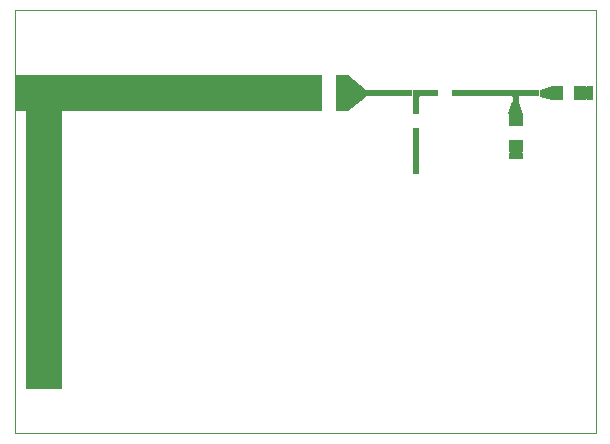
<source format=gbr>
G04 ===== Begin FILE IDENTIFICATION =====*
G04 File Format:  Gerber RS274X*
G04 ===== End FILE IDENTIFICATION =====*
%FSLAX25Y25*%
%MOIN*%
%SFA1.0000B1.0000*%
%OFA0.0B0.0*%
%ADD14R,0.039370X0.049213*%
%ADD15R,0.049213X0.039370*%
%ADD16R,0.024606X0.049213*%
%ADD17C,0.039370*%
%ADD18R,0.049213X0.024606*%
%ADD19R,0.157480X0.023622*%
%ADD20R,0.023622X0.059055*%
%ADD21R,0.059055X0.023622*%
%ADD22R,0.826772X0.118504*%
%ADD23R,0.023622X0.011811*%
%ADD24C,0.007874*%
%ADD25R,0.106299X0.023622*%
%ADD26R,0.023622X0.019685*%
%ADD27R,0.023622X0.078740*%
%ADD28R,0.094488X0.023622*%
%ADD29R,0.039370X0.118504*%
%ADD30R,0.118504X0.866142*%
%ADD31R,0.118504X0.059252*%
%ADD32C,0.078740*%
%ADD33R,0.068898X0.023622*%
%ADD34C,0.000984*%
%LNcond*%
%IPPOS*%
%LPD*%
G75*
D14*
X176988Y98445D03*
D15*
X163012Y89390D03*
D14*
X184469Y98445D03*
D15*
X163012Y80728D03*
D16*
X187667Y98445D03*
D17*
X186437D03*
D18*
X163012Y77530D03*
D17*
Y78760D03*
D19*
X120886Y98445D03*
G36*
G01X161831Y99626D02*
G01Y97264D01*
G01X164193D01*
G01Y99626D01*
G01X161831D01*
G37*
G36*
G01X128760Y99626D02*
G01Y97264D01*
G01X131122D01*
G01Y99626D01*
G01X128760D01*
G37*
D20*
X129941Y83681D03*
D21*
X134075Y98445D03*
D20*
X129941Y94311D03*
G36*
G01X160551Y91358D02*
G01X165472D01*
G01X164193Y95295D01*
G01X161831D01*
G01X160551Y91358D01*
G37*
G36*
G01X175020Y95984D02*
G01Y100906D01*
G01X171083Y99626D01*
G01Y97264D01*
G01X175020Y95984D01*
G37*
D22*
X53169Y98445D03*
G36*
G01X107106Y104370D02*
G01Y92520D01*
G01X113012Y97264D01*
G01Y99626D01*
G01X107106Y104370D01*
G37*
D23*
X129941Y72264D03*
D24*
Y72854D03*
D25*
X156516Y98445D03*
D26*
X163012Y96280D03*
D27*
X129941Y76791D03*
D28*
X146476Y98445D03*
D29*
X-1988D03*
X96476D03*
X105138D03*
G36*
G01X-20Y104370D02*
G01Y92520D01*
G01X11831D01*
G01Y104370D01*
G01X-20D01*
G37*
D30*
X5906Y49213D03*
D31*
Y2943D03*
D32*
Y5906D03*
D33*
X167638Y98445D03*
D34*
G01X-3937Y-14961D02*
G01X189764D01*

G01Y125984D01*

G01X-3937D01*

G01Y-14961D01*
M02*


</source>
